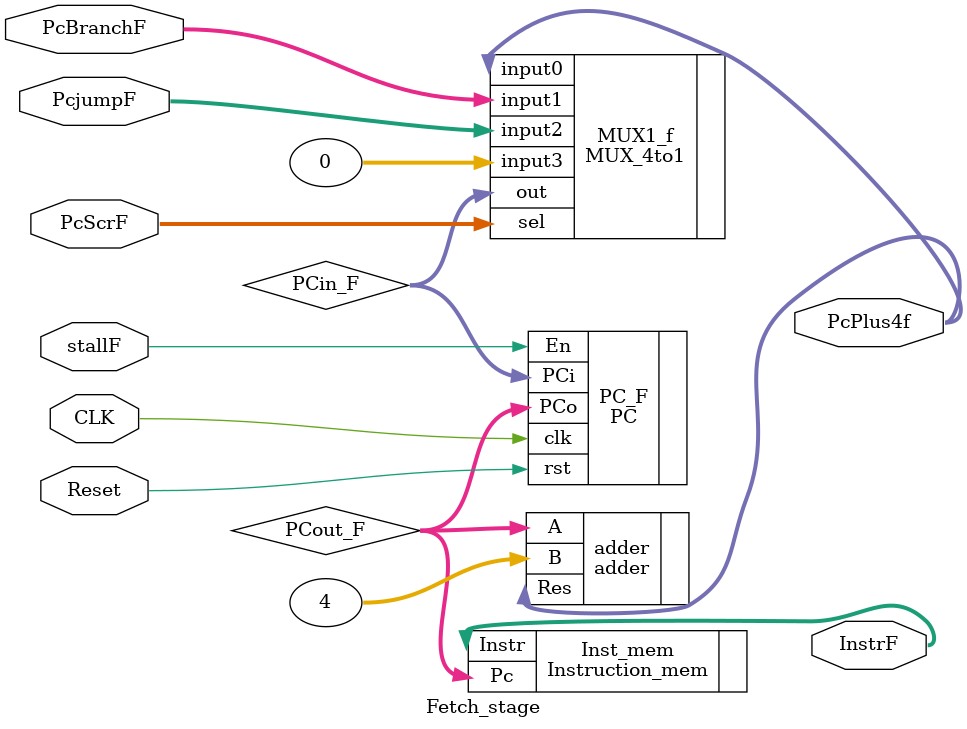
<source format=v>
module Fetch_stage (
    // input & output ports
    input            CLK,
    input            Reset,
    input   [1:0]    PcScrF,
    input   [31:0]   PcBranchF,
    input   [31:0]   PcjumpF,
    input            stallF,
    output  [31:0]   InstrF,
    output  [31:0]   PcPlus4f
);

wire [31:0] PCin_F;
wire [31:0] PCout_F;


MUX_4to1 #(.size(32))           MUX1_f(.input0(PcPlus4f), .input1(PcBranchF), .input2(PcjumpF),
                                     .input3(0), .sel(PcScrF), .out(PCin_F));

PC                              PC_F(.clk(CLK), .rst(Reset), .En(stallF), .PCi(PCin_F), .PCo(PCout_F));

adder                           adder(.A(PCout_F), .B(4), .Res(PcPlus4f));

Instruction_mem                 Inst_mem(.Pc(PCout_F), .Instr(InstrF));
    
endmodule
</source>
